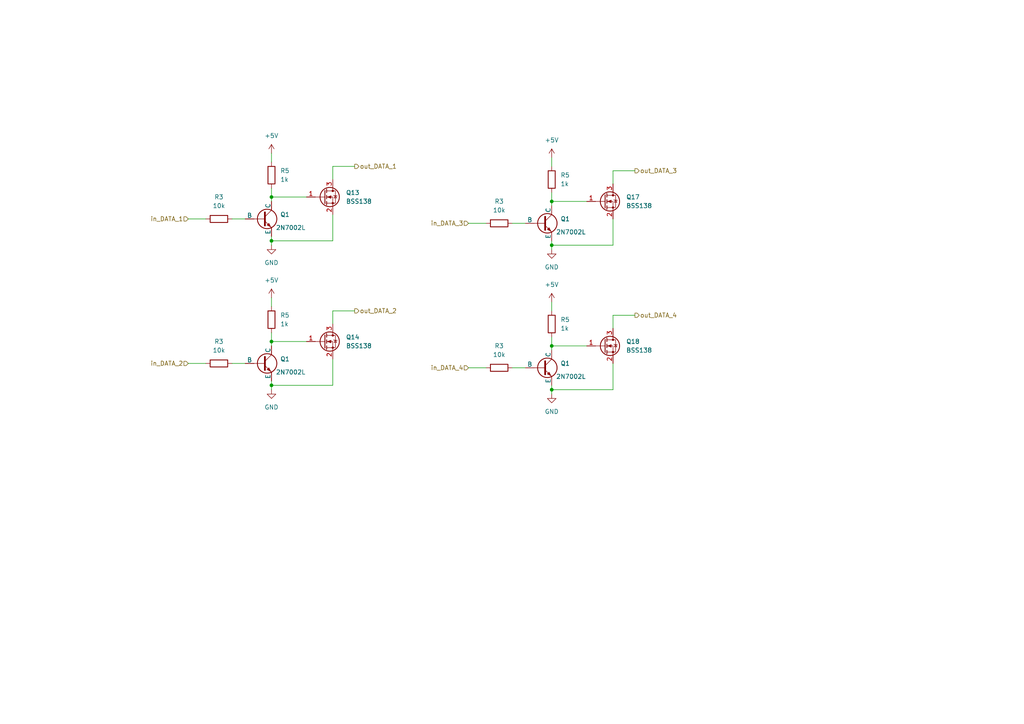
<source format=kicad_sch>
(kicad_sch (version 20230121) (generator eeschema)
  (paper "A4")
  (lib_symbols
    (symbol "Device:Q_NMOS_GSD" (pin_names (offset 0) hide)
      (property "Reference" "Q" (at 5.08 1.27 0))
      (property "Value" "Q_NMOS_GSD" (at 5.08 -1.27 0))
      (symbol "Q_NMOS_GSD_0_1"
        (polyline (pts (xy 0.254 0) (xy -2.54 0)))
        (polyline (pts (xy 0.254 1.905) (xy 0.254 -1.905)) (stroke (width 0.254)))
        (polyline (pts (xy 0.762 -1.27) (xy 0.762 -2.286)) (stroke (width 0.254)))
        (polyline (pts (xy 0.762 0.508) (xy 0.762 -0.508)) (stroke (width 0.254)))
        (polyline (pts (xy 0.762 2.286) (xy 0.762 1.27)) (stroke (width 0.254)))
        (polyline (pts (xy 2.54 2.54) (xy 2.54 1.778)))
        (polyline (pts (xy 2.54 -2.54) (xy 2.54 0) (xy 0.762 0)))
        (polyline (pts (xy 0.762 -1.778) (xy 3.302 -1.778) (xy 3.302 1.778) (xy 0.762 1.778)))
        (polyline (pts (xy 1.016 0) (xy 2.032 0.381) (xy 2.032 -0.381) (xy 1.016 0)) (fill (type outline)))
        (polyline (pts (xy 2.794 0.508) (xy 2.921 0.381) (xy 3.683 0.381) (xy 3.81 0.254)))
        (polyline (pts (xy 3.302 0.381) (xy 2.921 -0.254) (xy 3.683 -0.254) (xy 3.302 0.381)))
        (circle (center 1.651 0) (radius 2.794) (stroke (width 0.254)))
        (circle (center 2.54 -1.778) (radius 0.254) (fill (type outline)))
        (circle (center 2.54 1.778) (radius 0.254) (fill (type outline)))
      )
      (symbol "Q_NMOS_GSD_1_1"
        (pin input line (at -5.08 0 0) (length 2.54) (name "G") (number "1"))
        (pin passive line (at 2.54 -5.08 90) (length 2.54) (name "S") (number "2"))
        (pin passive line (at 2.54 5.08 270) (length 2.54) (name "D") (number "3"))
      )
    )
    (symbol "Device:R" (pin_numbers hide) (pin_names (offset 0))
      (property "Reference" "R" (at 2.032 0 90))
      (property "Value" "R" (at 0 0 90))
      (symbol "R_0_1"
        (rectangle (start -1.016 -2.54) (end 1.016 2.54) (stroke (width 0.254)))
      )
      (symbol "R_1_1"
        (pin passive line (at 0 3.81 270) (length 1.27) (name "~") (number "1"))
        (pin passive line (at 0 -3.81 90) (length 1.27) (name "~") (number "2"))
      )
    )
    (symbol "Simulation_SPICE:NPN" (pin_numbers hide) (pin_names (offset 0))
      (property "Reference" "Q" (at -2.54 7.62 0))
      (property "Value" "NPN" (at -2.54 5.08 0))
      (symbol "NPN_0_1"
        (polyline (pts (xy -2.54 0) (xy 0.635 0)) (stroke (width 0.1524)))
        (polyline (pts (xy 0.635 0.635) (xy 2.54 2.54)))
        (polyline (pts (xy 2.794 -1.27) (xy 2.794 -1.27)) (stroke (width 0.1524)))
        (polyline (pts (xy 2.794 -1.27) (xy 2.794 -1.27)) (stroke (width 0.1524)))
        (polyline (pts (xy 0.635 -0.635) (xy 2.54 -2.54) (xy 2.54 -2.54)))
        (polyline (pts (xy 0.635 1.905) (xy 0.635 -1.905) (xy 0.635 -1.905)) (stroke (width 0.508)))
        (polyline (pts (xy 1.27 -1.778) (xy 1.778 -1.27) (xy 2.286 -2.286) (xy 1.27 -1.778) (xy 1.27 -1.778)) (fill (type outline)))
        (circle (center 1.27 0) (radius 2.8194) (stroke (width 0.254)))
      )
      (symbol "NPN_1_1"
        (pin open_collector line (at 2.54 5.08 270) (length 2.54) (name "C") (number "1"))
        (pin input line (at -5.08 0 0) (length 2.54) (name "B") (number "2"))
        (pin open_emitter line (at 2.54 -5.08 90) (length 2.54) (name "E") (number "3"))
      )
    )
    (symbol "power:+5V" (power) (pin_names (offset 0))
      (property "Value" "+5V" (at 0 3.556 0))
      (symbol "+5V_0_1"
        (polyline (pts (xy -0.762 1.27) (xy 0 2.54)))
        (polyline (pts (xy 0 0) (xy 0 2.54)))
        (polyline (pts (xy 0 2.54) (xy 0.762 1.27)))
      )
      (symbol "+5V_1_1"
        (pin power_in line (at 0 0 90) (length 0) hide (name "+5V") (number "1"))
      )
    )
    (symbol "power:GND" (power) (pin_names (offset 0))
      (property "Value" "GND" (at 0 -3.81 0))
      (symbol "GND_0_1"
        (polyline (pts (xy 0 0) (xy 0 -1.27) (xy 1.27 -1.27) (xy 0 -2.54) (xy -1.27 -1.27) (xy 0 -1.27)))
      )
      (symbol "GND_1_1"
        (pin power_in line (at 0 0 270) (length 0) hide (name "GND") (number "1"))
      )
    )
  )
  (junction (at 78.74 69.85))
  (junction (at 160.02 100.33))
  (junction (at 78.74 99.06))
  (junction (at 160.02 113.03))
  (junction (at 160.02 71.12))
  (junction (at 78.74 57.15))
  (junction (at 78.74 111.76))
  (junction (at 160.02 58.42))
  (wire (pts (xy 78.74 44.45) (xy 78.74 46.99)))
  (wire (pts (xy 54.61 105.41) (xy 59.69 105.41)))
  (wire (pts (xy 78.74 99.06) (xy 88.9 99.06)))
  (wire (pts (xy 160.02 58.42) (xy 170.18 58.42)))
  (wire (pts (xy 160.02 87.63) (xy 160.02 90.17)))
  (wire (pts (xy 96.52 62.23) (xy 96.52 69.85)))
  (wire (pts (xy 160.02 100.33) (xy 170.18 100.33)))
  (wire (pts (xy 78.74 111.76) (xy 78.74 113.03)))
  (wire (pts (xy 160.02 55.88) (xy 160.02 58.42)))
  (wire (pts (xy 78.74 57.15) (xy 88.9 57.15)))
  (wire (pts (xy 102.87 48.26) (xy 96.52 48.26)))
  (wire (pts (xy 78.74 110.49) (xy 78.74 111.76)))
  (wire (pts (xy 135.89 106.68) (xy 140.97 106.68)))
  (wire (pts (xy 177.8 113.03) (xy 160.02 113.03)))
  (wire (pts (xy 78.74 57.15) (xy 78.74 58.42)))
  (wire (pts (xy 96.52 69.85) (xy 78.74 69.85)))
  (wire (pts (xy 54.61 63.5) (xy 59.69 63.5)))
  (wire (pts (xy 160.02 113.03) (xy 160.02 114.3)))
  (wire (pts (xy 148.59 64.77) (xy 152.4 64.77)))
  (wire (pts (xy 78.74 54.61) (xy 78.74 57.15)))
  (wire (pts (xy 160.02 100.33) (xy 160.02 101.6)))
  (wire (pts (xy 160.02 111.76) (xy 160.02 113.03)))
  (wire (pts (xy 177.8 91.44) (xy 177.8 95.25)))
  (wire (pts (xy 78.74 86.36) (xy 78.74 88.9)))
  (wire (pts (xy 160.02 58.42) (xy 160.02 59.69)))
  (wire (pts (xy 78.74 96.52) (xy 78.74 99.06)))
  (wire (pts (xy 184.15 49.53) (xy 177.8 49.53)))
  (wire (pts (xy 96.52 111.76) (xy 78.74 111.76)))
  (wire (pts (xy 67.31 105.41) (xy 71.12 105.41)))
  (wire (pts (xy 78.74 99.06) (xy 78.74 100.33)))
  (wire (pts (xy 78.74 69.85) (xy 78.74 71.12)))
  (wire (pts (xy 96.52 90.17) (xy 96.52 93.98)))
  (wire (pts (xy 160.02 45.72) (xy 160.02 48.26)))
  (wire (pts (xy 184.15 91.44) (xy 177.8 91.44)))
  (wire (pts (xy 148.59 106.68) (xy 152.4 106.68)))
  (wire (pts (xy 67.31 63.5) (xy 71.12 63.5)))
  (wire (pts (xy 160.02 69.85) (xy 160.02 71.12)))
  (wire (pts (xy 160.02 71.12) (xy 160.02 72.39)))
  (wire (pts (xy 177.8 105.41) (xy 177.8 113.03)))
  (wire (pts (xy 160.02 97.79) (xy 160.02 100.33)))
  (wire (pts (xy 177.8 63.5) (xy 177.8 71.12)))
  (wire (pts (xy 78.74 68.58) (xy 78.74 69.85)))
  (wire (pts (xy 177.8 71.12) (xy 160.02 71.12)))
  (wire (pts (xy 96.52 104.14) (xy 96.52 111.76)))
  (wire (pts (xy 135.89 64.77) (xy 140.97 64.77)))
  (wire (pts (xy 102.87 90.17) (xy 96.52 90.17)))
  (wire (pts (xy 96.52 48.26) (xy 96.52 52.07)))
  (wire (pts (xy 177.8 49.53) (xy 177.8 53.34)))
  (hierarchical_label "in_DATA_4" (shape input) (at 135.89 106.68 180))
  (hierarchical_label "out_DATA_3" (shape output) (at 184.15 49.53 0))
  (hierarchical_label "out_DATA_4" (shape output) (at 184.15 91.44 0))
  (hierarchical_label "out_DATA_1" (shape output) (at 102.87 48.26 0))
  (hierarchical_label "in_DATA_1" (shape input) (at 54.61 63.5 180))
  (hierarchical_label "out_DATA_2" (shape output) (at 102.87 90.17 0))
  (hierarchical_label "in_DATA_3" (shape input) (at 135.89 64.77 180))
  (hierarchical_label "in_DATA_2" (shape input) (at 54.61 105.41 180))
  (symbol (lib_id "Simulation_SPICE:NPN") (at 76.2 105.41 0) (unit 1)
    (property "Reference" "Q1" (at 81.28 104.14 0) (effects (justify left)))
    (property "Value" "2N7002L" (at 80.01 107.95 0) (effects (justify left)))
    (property "Footprint" "Package_TO_SOT_SMD:SOT-23-3" (effects hide))
    (property "Sim.Device" "NPN" (effects hide))
    (property "Sim.Type" "GUMMELPOON" (effects hide))
    (property "Sim.Pins" "1=C 2=B 3=E" (effects hide))
    (instances (project "Phishy_WLED" (path "" (reference "Q1") (unit 1)) (path "" (reference "Q8") (unit 1))) (project "DeskWorkShelf" (path "" (reference "Q3") (unit 1)) (path "" (reference "Q1") (unit 1))))
  )
  (symbol (lib_id "Device:R") (at 160.02 93.98 180) (unit 1)
    (property "Reference" "R5" (at 162.56 92.71 0) (effects (justify right)))
    (property "Value" "1k" (at 162.56 95.25 0) (effects (justify right)))
    (instances (project "Phishy_WLED" (path "" (reference "R5") (unit 1)) (path "" (reference "R20") (unit 1))) (project "DeskWorkShelf" (path "" (reference "R10") (unit 1)) (path "" (reference "R10") (unit 1))))
  )
  (symbol (lib_id "Device:R") (at 78.74 92.71 180) (unit 1)
    (property "Reference" "R5" (at 81.28 91.44 0) (effects (justify right)))
    (property "Value" "1k" (at 81.28 93.98 0) (effects (justify right)))
    (instances (project "Phishy_WLED" (path "" (reference "R5") (unit 1)) (path "" (reference "R16") (unit 1))) (project "DeskWorkShelf" (path "" (reference "R10") (unit 1)) (path "" (reference "R10") (unit 1))))
  )
  (symbol (lib_id "power:+5V") (at 78.74 86.36 0) (unit 1)
    (property "Reference" "#PWR020" (effects hide))
    (property "Value" "+5V" (at 78.74 81.28 0))
  )
  (symbol (lib_id "Simulation_SPICE:NPN") (at 76.2 63.5 0) (unit 1)
    (property "Reference" "Q1" (at 81.28 62.23 0) (effects (justify left)))
    (property "Value" "2N7002L" (at 80.01 66.04 0) (effects (justify left)))
    (property "Footprint" "Package_TO_SOT_SMD:SOT-23-3" (effects hide))
    (property "Sim.Device" "NPN" (effects hide))
    (property "Sim.Type" "GUMMELPOON" (effects hide))
    (property "Sim.Pins" "1=C 2=B 3=E" (effects hide))
    (instances (project "Phishy_WLED" (path "" (reference "Q1") (unit 1)) (path "" (reference "Q6") (unit 1))) (project "DeskWorkShelf" (path "" (reference "Q3") (unit 1)) (path "" (reference "Q1") (unit 1))))
  )
  (symbol (lib_id "Device:R") (at 78.74 50.8 180) (unit 1)
    (property "Reference" "R5" (at 81.28 49.53 0) (effects (justify right)))
    (property "Value" "1k" (at 81.28 52.07 0) (effects (justify right)))
    (instances (project "Phishy_WLED" (path "" (reference "R5") (unit 1)) (path "" (reference "R10") (unit 1))) (project "DeskWorkShelf" (path "" (reference "R10") (unit 1)) (path "" (reference "R10") (unit 1))))
  )
  (symbol (lib_id "Device:R") (at 63.5 63.5 90) (unit 1)
    (property "Reference" "R3" (at 63.5 57.15 90))
    (property "Value" "10k" (at 63.5 59.69 90))
    (instances (project "Phishy_WLED" (path "" (reference "R3") (unit 1)) (path "" (reference "R8") (unit 1))) (project "DeskWorkShelf" (path "" (reference "R9") (unit 1)) (path "" (reference "R9") (unit 1))))
  )
  (symbol (lib_id "power:+5V") (at 160.02 45.72 0) (unit 1)
    (property "Reference" "#PWR025" (effects hide))
    (property "Value" "+5V" (at 160.02 40.64 0))
  )
  (symbol (lib_id "Simulation_SPICE:NPN") (at 157.48 64.77 0) (unit 1)
    (property "Reference" "Q1" (at 162.56 63.5 0) (effects (justify left)))
    (property "Value" "2N7002L" (at 161.29 67.31 0) (effects (justify left)))
    (property "Footprint" "Package_TO_SOT_SMD:SOT-23-3" (effects hide))
    (property "Sim.Device" "NPN" (effects hide))
    (property "Sim.Type" "GUMMELPOON" (effects hide))
    (property "Sim.Pins" "1=C 2=B 3=E" (effects hide))
    (instances (project "Phishy_WLED" (path "" (reference "Q1") (unit 1)) (path "" (reference "Q15") (unit 1))) (project "DeskWorkShelf" (path "" (reference "Q3") (unit 1)) (path "" (reference "Q1") (unit 1))))
  )
  (symbol (lib_id "Device:R") (at 160.02 52.07 180) (unit 1)
    (property "Reference" "R5" (at 162.56 50.8 0) (effects (justify right)))
    (property "Value" "1k" (at 162.56 53.34 0) (effects (justify right)))
    (instances (project "Phishy_WLED" (path "" (reference "R5") (unit 1)) (path "" (reference "R19") (unit 1))) (project "DeskWorkShelf" (path "" (reference "R10") (unit 1)) (path "" (reference "R10") (unit 1))))
  )
  (symbol (lib_id "power:+5V") (at 160.02 87.63 0) (unit 1)
    (property "Reference" "#PWR027" (effects hide))
    (property "Value" "+5V" (at 160.02 82.55 0))
  )
  (symbol (lib_id "power:GND") (at 78.74 71.12 0) (unit 1)
    (property "Reference" "#PWR09" (effects hide))
    (property "Value" "GND" (at 78.74 76.2 0))
    (instances (project "Phishy_WLED" (path "" (reference "#PWR09") (unit 1)) (path "" (reference "#PWR015") (unit 1))) (project "DeskWorkShelf" (path "" (reference "#PWR04") (unit 1)) (path "" (reference "#PWR05") (unit 1))))
  )
  (symbol (lib_id "power:GND") (at 160.02 114.3 0) (unit 1)
    (property "Reference" "#PWR09" (effects hide))
    (property "Value" "GND" (at 160.02 119.38 0))
    (instances (project "Phishy_WLED" (path "" (reference "#PWR09") (unit 1)) (path "" (reference "#PWR028") (unit 1))) (project "DeskWorkShelf" (path "" (reference "#PWR04") (unit 1)) (path "" (reference "#PWR05") (unit 1))))
  )
  (symbol (lib_id "Device:R") (at 144.78 64.77 90) (unit 1)
    (property "Reference" "R3" (at 144.78 58.42 90))
    (property "Value" "10k" (at 144.78 60.96 90))
    (instances (project "Phishy_WLED" (path "" (reference "R3") (unit 1)) (path "" (reference "R17") (unit 1))) (project "DeskWorkShelf" (path "" (reference "R9") (unit 1)) (path "" (reference "R9") (unit 1))))
  )
  (symbol (lib_id "power:GND") (at 160.02 72.39 0) (unit 1)
    (property "Reference" "#PWR09" (effects hide))
    (property "Value" "GND" (at 160.02 77.47 0))
    (instances (project "Phishy_WLED" (path "" (reference "#PWR09") (unit 1)) (path "" (reference "#PWR026") (unit 1))) (project "DeskWorkShelf" (path "" (reference "#PWR04") (unit 1)) (path "" (reference "#PWR05") (unit 1))))
  )
  (symbol (lib_id "Device:Q_NMOS_GSD") (at 175.26 100.33 0) (unit 1)
    (property "Reference" "Q18" (at 181.61 99.06 0) (effects (justify left)))
    (property "Value" "BSS138" (at 181.61 101.6 0) (effects (justify left)))
    (property "Footprint" "Package_TO_SOT_SMD:SOT-23-3" (effects hide))
  )
  (symbol (lib_id "Device:R") (at 144.78 106.68 90) (unit 1)
    (property "Reference" "R3" (at 144.78 100.33 90))
    (property "Value" "10k" (at 144.78 102.87 90))
    (instances (project "Phishy_WLED" (path "" (reference "R3") (unit 1)) (path "" (reference "R18") (unit 1))) (project "DeskWorkShelf" (path "" (reference "R9") (unit 1)) (path "" (reference "R9") (unit 1))))
  )
  (symbol (lib_id "Device:Q_NMOS_GSD") (at 93.98 57.15 0) (unit 1)
    (property "Reference" "Q13" (at 100.33 55.88 0) (effects (justify left)))
    (property "Value" "BSS138" (at 100.33 58.42 0) (effects (justify left)))
    (property "Footprint" "Package_TO_SOT_SMD:SOT-23-3" (effects hide))
  )
  (symbol (lib_id "Device:Q_NMOS_GSD") (at 175.26 58.42 0) (unit 1)
    (property "Reference" "Q17" (at 181.61 57.15 0) (effects (justify left)))
    (property "Value" "BSS138" (at 181.61 59.69 0) (effects (justify left)))
    (property "Footprint" "Package_TO_SOT_SMD:SOT-23-3" (effects hide))
  )
  (symbol (lib_id "power:GND") (at 78.74 113.03 0) (unit 1)
    (property "Reference" "#PWR09" (effects hide))
    (property "Value" "GND" (at 78.74 118.11 0))
    (instances (project "Phishy_WLED" (path "" (reference "#PWR09") (unit 1)) (path "" (reference "#PWR021") (unit 1))) (project "DeskWorkShelf" (path "" (reference "#PWR04") (unit 1)) (path "" (reference "#PWR05") (unit 1))))
  )
  (symbol (lib_id "Device:R") (at 63.5 105.41 90) (unit 1)
    (property "Reference" "R3" (at 63.5 99.06 90))
    (property "Value" "10k" (at 63.5 101.6 90))
    (instances (project "Phishy_WLED" (path "" (reference "R3") (unit 1)) (path "" (reference "R15") (unit 1))) (project "DeskWorkShelf" (path "" (reference "R9") (unit 1)) (path "" (reference "R9") (unit 1))))
  )
  (symbol (lib_id "Device:Q_NMOS_GSD") (at 93.98 99.06 0) (unit 1)
    (property "Reference" "Q14" (at 100.33 97.79 0) (effects (justify left)))
    (property "Value" "BSS138" (at 100.33 100.33 0) (effects (justify left)))
    (property "Footprint" "Package_TO_SOT_SMD:SOT-23-3" (effects hide))
  )
  (symbol (lib_id "Simulation_SPICE:NPN") (at 157.48 106.68 0) (unit 1)
    (property "Reference" "Q1" (at 162.56 105.41 0) (effects (justify left)))
    (property "Value" "2N7002L" (at 161.29 109.22 0) (effects (justify left)))
    (property "Footprint" "Package_TO_SOT_SMD:SOT-23-3" (effects hide))
    (property "Sim.Device" "NPN" (effects hide))
    (property "Sim.Type" "GUMMELPOON" (effects hide))
    (property "Sim.Pins" "1=C 2=B 3=E" (effects hide))
    (instances (project "Phishy_WLED" (path "" (reference "Q1") (unit 1)) (path "" (reference "Q16") (unit 1))) (project "DeskWorkShelf" (path "" (reference "Q3") (unit 1)) (path "" (reference "Q1") (unit 1))))
  )
  (symbol (lib_id "power:+5V") (at 78.74 44.45 0) (unit 1)
    (property "Reference" "#PWR014" (effects hide))
    (property "Value" "+5V" (at 78.74 39.37 0))
  )
)
</source>
